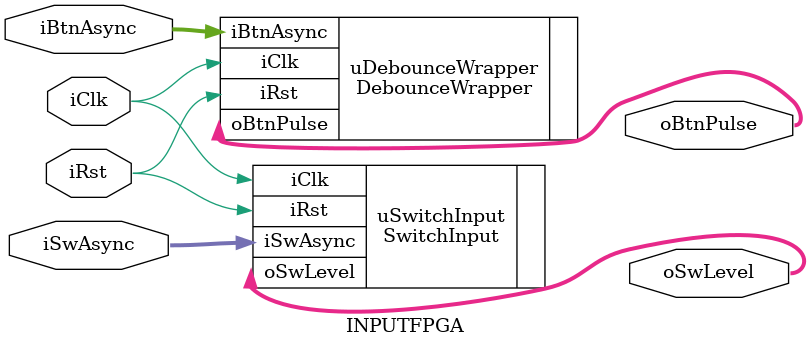
<source format=v>
/*
[MODULE_INFO_START]
Name: INPUTFPGA
Role: Aggregates FPGA physical inputs for downstream input control.
Summary:
  - Routes button path through DebounceWrapper to generate button pulses.
  - Routes switch path through SwitchInput to generate synchronized switch levels.
[MODULE_INFO_END]
*/

module INPUTFPGA(
    input  wire [4:0] iBtnAsync,
    input  wire [2:0] iSwAsync,
    input  wire       iClk,
    input  wire       iRst,
    output wire [4:0] oBtnPulse,
    output wire [2:0] oSwLevel
);

    DebounceWrapper uDebounceWrapper (
        .iBtnAsync   (iBtnAsync),
        .iClk        (iClk),
        .iRst        (iRst),
        .oBtnPulse   (oBtnPulse)
    );

    SwitchInput uSwitchInput (
        .iSwAsync(iSwAsync),
        .iClk    (iClk),
        .iRst    (iRst),
        .oSwLevel(oSwLevel)
    );

endmodule

</source>
